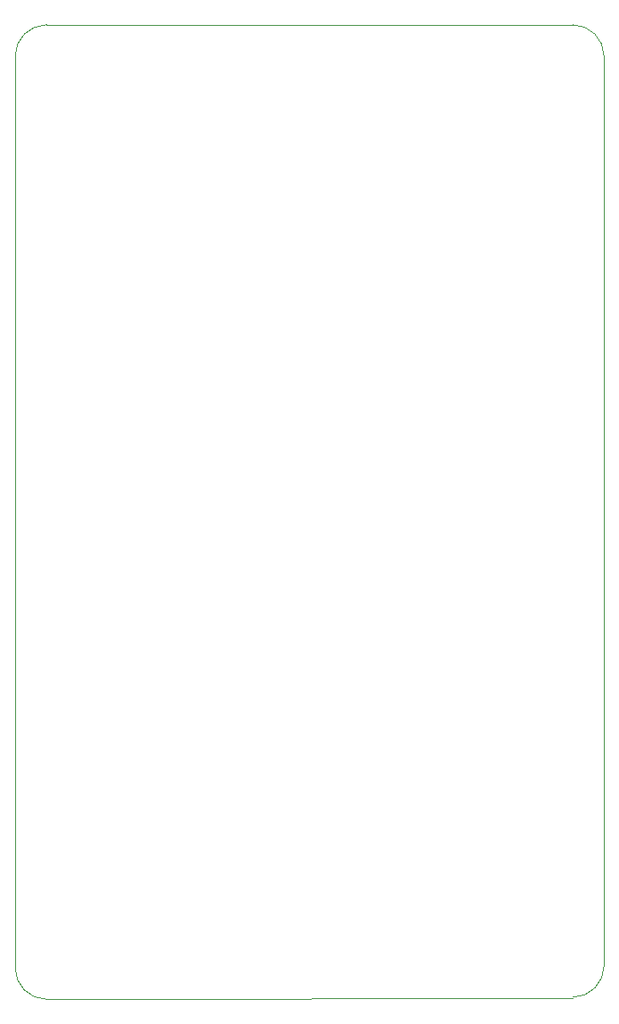
<source format=gm1>
%FSLAX25Y25*%
%MOIN*%
G70*
G01*
G75*
G04 Layer_Color=16711935*
%ADD10R,0.02717X0.04724*%
%ADD11R,0.03543X0.03150*%
%ADD12R,0.03150X0.03543*%
%ADD13C,0.01969*%
%ADD14C,0.01000*%
%ADD15R,0.06000X0.06000*%
%ADD16C,0.06000*%
%ADD17R,0.06000X0.06000*%
%ADD18C,0.05000*%
%ADD19C,0.24410*%
%ADD20C,0.00787*%
%ADD21C,0.00252*%
%ADD22C,0.00800*%
%ADD23C,0.00600*%
%ADD24R,0.04317X0.06324*%
%ADD25R,0.05143X0.04750*%
%ADD26R,0.04750X0.05143*%
%ADD27R,0.07600X0.07600*%
%ADD28C,0.07600*%
%ADD29R,0.07600X0.07600*%
%ADD30C,0.06600*%
%ADD31C,0.26009*%
%ADD32C,0.00100*%
%ADD33C,0.00250*%
D21*
X-194889Y-350378D02*
X1969Y-349808D01*
X-206693Y-338400D02*
Y-230315D01*
Y1969D01*
X-194882Y13780D02*
X1968D01*
X13779Y-337789D02*
Y-230315D01*
D32*
X13779Y1969D02*
G03*
X1968Y13780I-11811J0D01*
G01*
X-194882D02*
G03*
X-206693Y1969I0J-11811D01*
G01*
X-206700Y-338567D02*
G03*
X-194889Y-350378I11811J0D01*
G01*
X1969Y-349640D02*
G03*
X13740Y-337789I-40J11811D01*
G01*
D33*
X13779Y-230315D02*
Y1969D01*
M02*

</source>
